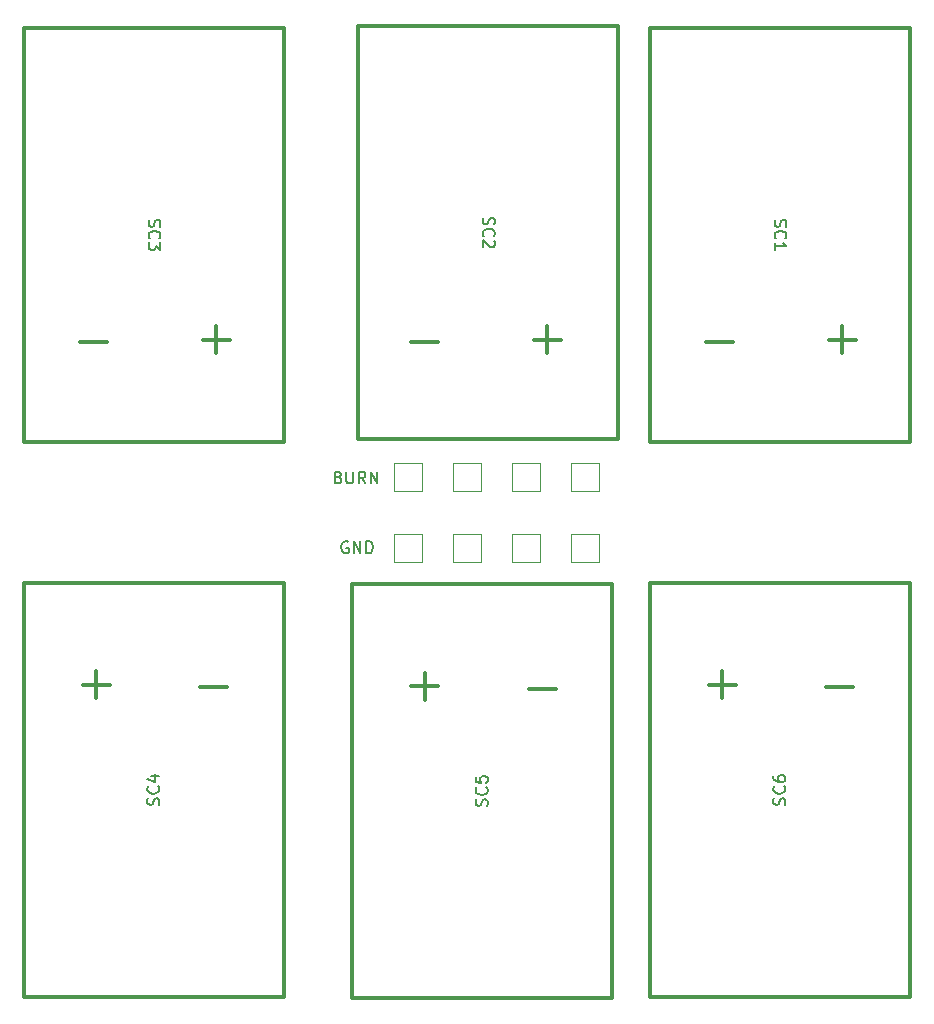
<source format=gto>
G04 #@! TF.GenerationSoftware,KiCad,Pcbnew,(6.0.5-0)*
G04 #@! TF.CreationDate,2023-01-03T07:11:00-05:00*
G04 #@! TF.ProjectId,bottom-adapter,626f7474-6f6d-42d6-9164-61707465722e,2*
G04 #@! TF.SameCoordinates,Original*
G04 #@! TF.FileFunction,Legend,Top*
G04 #@! TF.FilePolarity,Positive*
%FSLAX46Y46*%
G04 Gerber Fmt 4.6, Leading zero omitted, Abs format (unit mm)*
G04 Created by KiCad (PCBNEW (6.0.5-0)) date 2023-01-03 07:11:00*
%MOMM*%
%LPD*%
G01*
G04 APERTURE LIST*
%ADD10C,0.150000*%
%ADD11C,0.300000*%
%ADD12C,0.120000*%
%ADD13C,3.000000*%
%ADD14C,5.500000*%
%ADD15C,4.300000*%
%ADD16R,2.000000X2.000000*%
G04 APERTURE END LIST*
D10*
X106123809Y-95528571D02*
X106266666Y-95576190D01*
X106314285Y-95623809D01*
X106361904Y-95719047D01*
X106361904Y-95861904D01*
X106314285Y-95957142D01*
X106266666Y-96004761D01*
X106171428Y-96052380D01*
X105790476Y-96052380D01*
X105790476Y-95052380D01*
X106123809Y-95052380D01*
X106219047Y-95100000D01*
X106266666Y-95147619D01*
X106314285Y-95242857D01*
X106314285Y-95338095D01*
X106266666Y-95433333D01*
X106219047Y-95480952D01*
X106123809Y-95528571D01*
X105790476Y-95528571D01*
X106790476Y-95052380D02*
X106790476Y-95861904D01*
X106838095Y-95957142D01*
X106885714Y-96004761D01*
X106980952Y-96052380D01*
X107171428Y-96052380D01*
X107266666Y-96004761D01*
X107314285Y-95957142D01*
X107361904Y-95861904D01*
X107361904Y-95052380D01*
X108409523Y-96052380D02*
X108076190Y-95576190D01*
X107838095Y-96052380D02*
X107838095Y-95052380D01*
X108219047Y-95052380D01*
X108314285Y-95100000D01*
X108361904Y-95147619D01*
X108409523Y-95242857D01*
X108409523Y-95385714D01*
X108361904Y-95480952D01*
X108314285Y-95528571D01*
X108219047Y-95576190D01*
X107838095Y-95576190D01*
X108838095Y-96052380D02*
X108838095Y-95052380D01*
X109409523Y-96052380D01*
X109409523Y-95052380D01*
D11*
X124942857Y-83885714D02*
X122657142Y-83885714D01*
X123800000Y-82742857D02*
X123800000Y-85028571D01*
D10*
X106938095Y-101000000D02*
X106842857Y-100952380D01*
X106700000Y-100952380D01*
X106557142Y-101000000D01*
X106461904Y-101095238D01*
X106414285Y-101190476D01*
X106366666Y-101380952D01*
X106366666Y-101523809D01*
X106414285Y-101714285D01*
X106461904Y-101809523D01*
X106557142Y-101904761D01*
X106700000Y-101952380D01*
X106795238Y-101952380D01*
X106938095Y-101904761D01*
X106985714Y-101857142D01*
X106985714Y-101523809D01*
X106795238Y-101523809D01*
X107414285Y-101952380D02*
X107414285Y-100952380D01*
X107985714Y-101952380D01*
X107985714Y-100952380D01*
X108461904Y-101952380D02*
X108461904Y-100952380D01*
X108700000Y-100952380D01*
X108842857Y-101000000D01*
X108938095Y-101095238D01*
X108985714Y-101190476D01*
X109033333Y-101380952D01*
X109033333Y-101523809D01*
X108985714Y-101714285D01*
X108938095Y-101809523D01*
X108842857Y-101904761D01*
X108700000Y-101952380D01*
X108461904Y-101952380D01*
D11*
X139742857Y-113085714D02*
X137457142Y-113085714D01*
X138600000Y-111942857D02*
X138600000Y-114228571D01*
D10*
X90904761Y-123261904D02*
X90952380Y-123119047D01*
X90952380Y-122880952D01*
X90904761Y-122785714D01*
X90857142Y-122738095D01*
X90761904Y-122690476D01*
X90666666Y-122690476D01*
X90571428Y-122738095D01*
X90523809Y-122785714D01*
X90476190Y-122880952D01*
X90428571Y-123071428D01*
X90380952Y-123166666D01*
X90333333Y-123214285D01*
X90238095Y-123261904D01*
X90142857Y-123261904D01*
X90047619Y-123214285D01*
X90000000Y-123166666D01*
X89952380Y-123071428D01*
X89952380Y-122833333D01*
X90000000Y-122690476D01*
X90857142Y-121690476D02*
X90904761Y-121738095D01*
X90952380Y-121880952D01*
X90952380Y-121976190D01*
X90904761Y-122119047D01*
X90809523Y-122214285D01*
X90714285Y-122261904D01*
X90523809Y-122309523D01*
X90380952Y-122309523D01*
X90190476Y-122261904D01*
X90095238Y-122214285D01*
X90000000Y-122119047D01*
X89952380Y-121976190D01*
X89952380Y-121880952D01*
X90000000Y-121738095D01*
X90047619Y-121690476D01*
X90285714Y-120833333D02*
X90952380Y-120833333D01*
X89904761Y-121071428D02*
X90619047Y-121309523D01*
X90619047Y-120690476D01*
D11*
X94437142Y-113324285D02*
X96722857Y-113324285D01*
X85614285Y-114242857D02*
X85614285Y-111957142D01*
X86757142Y-113100000D02*
X84471428Y-113100000D01*
D10*
X118704761Y-123361904D02*
X118752380Y-123219047D01*
X118752380Y-122980952D01*
X118704761Y-122885714D01*
X118657142Y-122838095D01*
X118561904Y-122790476D01*
X118466666Y-122790476D01*
X118371428Y-122838095D01*
X118323809Y-122885714D01*
X118276190Y-122980952D01*
X118228571Y-123171428D01*
X118180952Y-123266666D01*
X118133333Y-123314285D01*
X118038095Y-123361904D01*
X117942857Y-123361904D01*
X117847619Y-123314285D01*
X117800000Y-123266666D01*
X117752380Y-123171428D01*
X117752380Y-122933333D01*
X117800000Y-122790476D01*
X118657142Y-121790476D02*
X118704761Y-121838095D01*
X118752380Y-121980952D01*
X118752380Y-122076190D01*
X118704761Y-122219047D01*
X118609523Y-122314285D01*
X118514285Y-122361904D01*
X118323809Y-122409523D01*
X118180952Y-122409523D01*
X117990476Y-122361904D01*
X117895238Y-122314285D01*
X117800000Y-122219047D01*
X117752380Y-122076190D01*
X117752380Y-121980952D01*
X117800000Y-121838095D01*
X117847619Y-121790476D01*
X117752380Y-120885714D02*
X117752380Y-121361904D01*
X118228571Y-121409523D01*
X118180952Y-121361904D01*
X118133333Y-121266666D01*
X118133333Y-121028571D01*
X118180952Y-120933333D01*
X118228571Y-120885714D01*
X118323809Y-120838095D01*
X118561904Y-120838095D01*
X118657142Y-120885714D01*
X118704761Y-120933333D01*
X118752380Y-121028571D01*
X118752380Y-121266666D01*
X118704761Y-121361904D01*
X118657142Y-121409523D01*
D11*
X122237142Y-113424285D02*
X124522857Y-113424285D01*
X113434285Y-114352857D02*
X113434285Y-112067142D01*
X114577142Y-113210000D02*
X112291428Y-113210000D01*
D10*
X143095238Y-73738095D02*
X143047619Y-73880952D01*
X143047619Y-74119047D01*
X143095238Y-74214285D01*
X143142857Y-74261904D01*
X143238095Y-74309523D01*
X143333333Y-74309523D01*
X143428571Y-74261904D01*
X143476190Y-74214285D01*
X143523809Y-74119047D01*
X143571428Y-73928571D01*
X143619047Y-73833333D01*
X143666666Y-73785714D01*
X143761904Y-73738095D01*
X143857142Y-73738095D01*
X143952380Y-73785714D01*
X144000000Y-73833333D01*
X144047619Y-73928571D01*
X144047619Y-74166666D01*
X144000000Y-74309523D01*
X143142857Y-75309523D02*
X143095238Y-75261904D01*
X143047619Y-75119047D01*
X143047619Y-75023809D01*
X143095238Y-74880952D01*
X143190476Y-74785714D01*
X143285714Y-74738095D01*
X143476190Y-74690476D01*
X143619047Y-74690476D01*
X143809523Y-74738095D01*
X143904761Y-74785714D01*
X144000000Y-74880952D01*
X144047619Y-75023809D01*
X144047619Y-75119047D01*
X144000000Y-75261904D01*
X143952380Y-75309523D01*
X143047619Y-76261904D02*
X143047619Y-75690476D01*
X143047619Y-75976190D02*
X144047619Y-75976190D01*
X143904761Y-75880952D01*
X143809523Y-75785714D01*
X143761904Y-75690476D01*
D11*
X137277142Y-84104285D02*
X139562857Y-84104285D01*
X148794285Y-85032857D02*
X148794285Y-82747142D01*
X149937142Y-83890000D02*
X147651428Y-83890000D01*
D10*
X90095238Y-73738095D02*
X90047619Y-73880952D01*
X90047619Y-74119047D01*
X90095238Y-74214285D01*
X90142857Y-74261904D01*
X90238095Y-74309523D01*
X90333333Y-74309523D01*
X90428571Y-74261904D01*
X90476190Y-74214285D01*
X90523809Y-74119047D01*
X90571428Y-73928571D01*
X90619047Y-73833333D01*
X90666666Y-73785714D01*
X90761904Y-73738095D01*
X90857142Y-73738095D01*
X90952380Y-73785714D01*
X91000000Y-73833333D01*
X91047619Y-73928571D01*
X91047619Y-74166666D01*
X91000000Y-74309523D01*
X90142857Y-75309523D02*
X90095238Y-75261904D01*
X90047619Y-75119047D01*
X90047619Y-75023809D01*
X90095238Y-74880952D01*
X90190476Y-74785714D01*
X90285714Y-74738095D01*
X90476190Y-74690476D01*
X90619047Y-74690476D01*
X90809523Y-74738095D01*
X90904761Y-74785714D01*
X91000000Y-74880952D01*
X91047619Y-75023809D01*
X91047619Y-75119047D01*
X91000000Y-75261904D01*
X90952380Y-75309523D01*
X91047619Y-75642857D02*
X91047619Y-76261904D01*
X90666666Y-75928571D01*
X90666666Y-76071428D01*
X90619047Y-76166666D01*
X90571428Y-76214285D01*
X90476190Y-76261904D01*
X90238095Y-76261904D01*
X90142857Y-76214285D01*
X90095238Y-76166666D01*
X90047619Y-76071428D01*
X90047619Y-75785714D01*
X90095238Y-75690476D01*
X90142857Y-75642857D01*
D11*
X95794285Y-85032857D02*
X95794285Y-82747142D01*
X96937142Y-83890000D02*
X94651428Y-83890000D01*
X84277142Y-84104285D02*
X86562857Y-84104285D01*
D10*
X118395238Y-73538095D02*
X118347619Y-73680952D01*
X118347619Y-73919047D01*
X118395238Y-74014285D01*
X118442857Y-74061904D01*
X118538095Y-74109523D01*
X118633333Y-74109523D01*
X118728571Y-74061904D01*
X118776190Y-74014285D01*
X118823809Y-73919047D01*
X118871428Y-73728571D01*
X118919047Y-73633333D01*
X118966666Y-73585714D01*
X119061904Y-73538095D01*
X119157142Y-73538095D01*
X119252380Y-73585714D01*
X119300000Y-73633333D01*
X119347619Y-73728571D01*
X119347619Y-73966666D01*
X119300000Y-74109523D01*
X118442857Y-75109523D02*
X118395238Y-75061904D01*
X118347619Y-74919047D01*
X118347619Y-74823809D01*
X118395238Y-74680952D01*
X118490476Y-74585714D01*
X118585714Y-74538095D01*
X118776190Y-74490476D01*
X118919047Y-74490476D01*
X119109523Y-74538095D01*
X119204761Y-74585714D01*
X119300000Y-74680952D01*
X119347619Y-74823809D01*
X119347619Y-74919047D01*
X119300000Y-75061904D01*
X119252380Y-75109523D01*
X119252380Y-75490476D02*
X119300000Y-75538095D01*
X119347619Y-75633333D01*
X119347619Y-75871428D01*
X119300000Y-75966666D01*
X119252380Y-76014285D01*
X119157142Y-76061904D01*
X119061904Y-76061904D01*
X118919047Y-76014285D01*
X118347619Y-75442857D01*
X118347619Y-76061904D01*
D11*
X112257142Y-84114285D02*
X114542857Y-84114285D01*
D10*
X143904761Y-123261904D02*
X143952380Y-123119047D01*
X143952380Y-122880952D01*
X143904761Y-122785714D01*
X143857142Y-122738095D01*
X143761904Y-122690476D01*
X143666666Y-122690476D01*
X143571428Y-122738095D01*
X143523809Y-122785714D01*
X143476190Y-122880952D01*
X143428571Y-123071428D01*
X143380952Y-123166666D01*
X143333333Y-123214285D01*
X143238095Y-123261904D01*
X143142857Y-123261904D01*
X143047619Y-123214285D01*
X143000000Y-123166666D01*
X142952380Y-123071428D01*
X142952380Y-122833333D01*
X143000000Y-122690476D01*
X143857142Y-121690476D02*
X143904761Y-121738095D01*
X143952380Y-121880952D01*
X143952380Y-121976190D01*
X143904761Y-122119047D01*
X143809523Y-122214285D01*
X143714285Y-122261904D01*
X143523809Y-122309523D01*
X143380952Y-122309523D01*
X143190476Y-122261904D01*
X143095238Y-122214285D01*
X143000000Y-122119047D01*
X142952380Y-121976190D01*
X142952380Y-121880952D01*
X143000000Y-121738095D01*
X143047619Y-121690476D01*
X142952380Y-120833333D02*
X142952380Y-121023809D01*
X143000000Y-121119047D01*
X143047619Y-121166666D01*
X143190476Y-121261904D01*
X143380952Y-121309523D01*
X143761904Y-121309523D01*
X143857142Y-121261904D01*
X143904761Y-121214285D01*
X143952380Y-121119047D01*
X143952380Y-120928571D01*
X143904761Y-120833333D01*
X143857142Y-120785714D01*
X143761904Y-120738095D01*
X143523809Y-120738095D01*
X143428571Y-120785714D01*
X143380952Y-120833333D01*
X143333333Y-120928571D01*
X143333333Y-121119047D01*
X143380952Y-121214285D01*
X143428571Y-121261904D01*
X143523809Y-121309523D01*
D11*
X147437142Y-113324285D02*
X149722857Y-113324285D01*
X79500000Y-104500000D02*
X101500000Y-104500000D01*
X79500000Y-139500000D02*
X79500000Y-104500000D01*
X101500000Y-104500000D02*
X101500000Y-139500000D01*
X101500000Y-139500000D02*
X79500000Y-139500000D01*
X107300000Y-139600000D02*
X107300000Y-104600000D01*
X129300000Y-104600000D02*
X129300000Y-139600000D01*
X129300000Y-139600000D02*
X107300000Y-139600000D01*
X107300000Y-104600000D02*
X129300000Y-104600000D01*
X132500000Y-92500000D02*
X132500000Y-57500000D01*
X154500000Y-57500000D02*
X154500000Y-92500000D01*
X132500000Y-57500000D02*
X154500000Y-57500000D01*
X154500000Y-92500000D02*
X132500000Y-92500000D01*
X79500000Y-57500000D02*
X101500000Y-57500000D01*
X101500000Y-57500000D02*
X101500000Y-92500000D01*
X79500000Y-92500000D02*
X79500000Y-57500000D01*
X101500000Y-92500000D02*
X79500000Y-92500000D01*
X107800000Y-92300000D02*
X107800000Y-57300000D01*
X129800000Y-57300000D02*
X129800000Y-92300000D01*
X129800000Y-92300000D02*
X107800000Y-92300000D01*
X107800000Y-57300000D02*
X129800000Y-57300000D01*
D12*
X118200000Y-100300000D02*
X118200000Y-102700000D01*
X118200000Y-102700000D02*
X115800000Y-102700000D01*
X115800000Y-102700000D02*
X115800000Y-100300000D01*
X115800000Y-100300000D02*
X118200000Y-100300000D01*
X125800000Y-100300000D02*
X128200000Y-100300000D01*
X125800000Y-102700000D02*
X125800000Y-100300000D01*
X128200000Y-100300000D02*
X128200000Y-102700000D01*
X128200000Y-102700000D02*
X125800000Y-102700000D01*
D11*
X132500000Y-104500000D02*
X154500000Y-104500000D01*
X132500000Y-139500000D02*
X132500000Y-104500000D01*
X154500000Y-104500000D02*
X154500000Y-139500000D01*
X154500000Y-139500000D02*
X132500000Y-139500000D01*
D12*
X110800000Y-102700000D02*
X110800000Y-100300000D01*
X110800000Y-100300000D02*
X113200000Y-100300000D01*
X113200000Y-100300000D02*
X113200000Y-102700000D01*
X113200000Y-102700000D02*
X110800000Y-102700000D01*
X128200000Y-96700000D02*
X125800000Y-96700000D01*
X128200000Y-94300000D02*
X128200000Y-96700000D01*
X125800000Y-94300000D02*
X128200000Y-94300000D01*
X125800000Y-96700000D02*
X125800000Y-94300000D01*
X120800000Y-102700000D02*
X120800000Y-100300000D01*
X123200000Y-100300000D02*
X123200000Y-102700000D01*
X123200000Y-102700000D02*
X120800000Y-102700000D01*
X120800000Y-100300000D02*
X123200000Y-100300000D01*
X120800000Y-94300000D02*
X123200000Y-94300000D01*
X120800000Y-96700000D02*
X120800000Y-94300000D01*
X123200000Y-94300000D02*
X123200000Y-96700000D01*
X123200000Y-96700000D02*
X120800000Y-96700000D01*
X110800000Y-96700000D02*
X110800000Y-94300000D01*
X110800000Y-94300000D02*
X113200000Y-94300000D01*
X113200000Y-96700000D02*
X110800000Y-96700000D01*
X113200000Y-94300000D02*
X113200000Y-96700000D01*
X118200000Y-94300000D02*
X118200000Y-96700000D01*
X118200000Y-96700000D02*
X115800000Y-96700000D01*
X115800000Y-94300000D02*
X118200000Y-94300000D01*
X115800000Y-96700000D02*
X115800000Y-94300000D01*
%LPC*%
D13*
X86000000Y-109000000D03*
X95000000Y-109000000D03*
D14*
X163450000Y-143450000D03*
D13*
X113800000Y-109100000D03*
X122800000Y-109100000D03*
X148000000Y-88000000D03*
X139000000Y-88000000D03*
X95000000Y-88000000D03*
X86000000Y-88000000D03*
X123300000Y-87800000D03*
X114300000Y-87800000D03*
D15*
X161364000Y-58495000D03*
D16*
X117000000Y-101500000D03*
D14*
X73550000Y-53550000D03*
D16*
X127000000Y-101500000D03*
D15*
X161364000Y-138505000D03*
D13*
X139000000Y-109000000D03*
X148000000Y-109000000D03*
D16*
X112000000Y-101500000D03*
X127000000Y-95500000D03*
D15*
X75639000Y-134695000D03*
X75639000Y-61035000D03*
D14*
X73550000Y-143450000D03*
D16*
X122000000Y-101500000D03*
X122000000Y-95500000D03*
X112000000Y-95500000D03*
D14*
X163450000Y-53550000D03*
D16*
X117000000Y-95500000D03*
M02*

</source>
